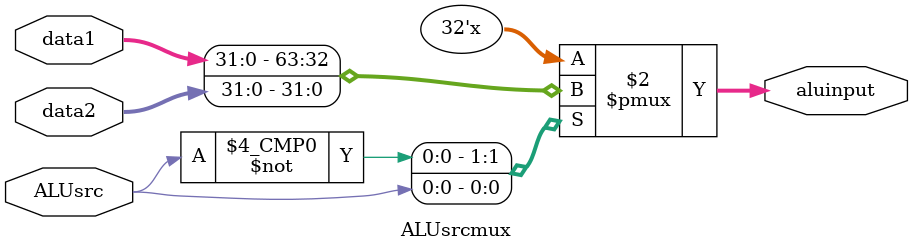
<source format=v>
`timescale 1ns / 1ps
module ALUsrcmux(
    input [31:0] data1,
    input [31:0] data2,
    input ALUsrc,
    output reg [31:0] aluinput
    );
always @(*)
begin
case(ALUsrc)
0: aluinput = data1;
1: aluinput = data2;
endcase
end

endmodule

</source>
